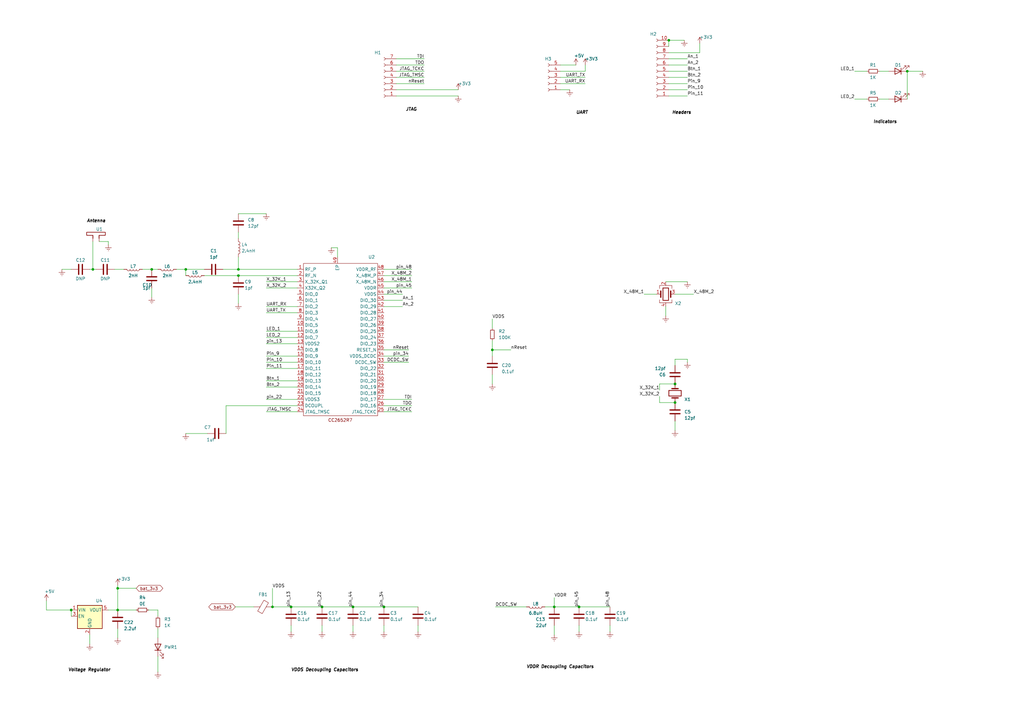
<source format=kicad_sch>
(kicad_sch (version 20230121) (generator eeschema)
  (paper "A3")
  (title_block (title "Dev_Board_Schematic") (date "2023-08-05") (rev "v1") (company "Hukam Technologies Pvt. Ltd."))
  (lib_symbols
    (symbol "Connector:Conn_01x05_Socket" (pin_names (offset 1.016) hide)
      (property "Reference" "J" (at 0 7.62 0))
      (property "Value" "Conn_01x05_Socket" (at 0 -7.62 0))
      (symbol "Conn_01x05_Socket_1_1"
        (arc (start 0 -4.572) (mid -0.5058 -5.08) (end 0 -5.588) (stroke (width 0.1524)))
        (arc (start 0 -2.032) (mid -0.5058 -2.54) (end 0 -3.048) (stroke (width 0.1524)))
        (polyline (pts (xy -1.27 -5.08) (xy -0.508 -5.08)) (stroke (width 0.1524)))
        (polyline (pts (xy -1.27 -2.54) (xy -0.508 -2.54)) (stroke (width 0.1524)))
        (polyline (pts (xy -1.27 0) (xy -0.508 0)) (stroke (width 0.1524)))
        (polyline (pts (xy -1.27 2.54) (xy -0.508 2.54)) (stroke (width 0.1524)))
        (polyline (pts (xy -1.27 5.08) (xy -0.508 5.08)) (stroke (width 0.1524)))
        (arc (start 0 0.508) (mid -0.5058 0) (end 0 -0.508) (stroke (width 0.1524)))
        (arc (start 0 3.048) (mid -0.5058 2.54) (end 0 2.032) (stroke (width 0.1524)))
        (arc (start 0 5.588) (mid -0.5058 5.08) (end 0 4.572) (stroke (width 0.1524)))
        (pin passive line (at -5.08 5.08 0) (length 3.81) (name "Pin_1") (number "1"))
        (pin passive line (at -5.08 2.54 0) (length 3.81) (name "Pin_2") (number "2"))
        (pin passive line (at -5.08 0 0) (length 3.81) (name "Pin_3") (number "3"))
        (pin passive line (at -5.08 -2.54 0) (length 3.81) (name "Pin_4") (number "4"))
        (pin passive line (at -5.08 -5.08 0) (length 3.81) (name "Pin_5") (number "5"))
      )
    )
    (symbol "Connector:Conn_01x07_Socket" (pin_names (offset 1.016) hide)
      (property "Reference" "J" (at 0 10.16 0))
      (property "Value" "Conn_01x07_Socket" (at 0 -10.16 0))
      (symbol "Conn_01x07_Socket_1_1"
        (arc (start 0 -7.112) (mid -0.5058 -7.62) (end 0 -8.128) (stroke (width 0.1524)))
        (arc (start 0 -4.572) (mid -0.5058 -5.08) (end 0 -5.588) (stroke (width 0.1524)))
        (arc (start 0 -2.032) (mid -0.5058 -2.54) (end 0 -3.048) (stroke (width 0.1524)))
        (polyline (pts (xy -1.27 -7.62) (xy -0.508 -7.62)) (stroke (width 0.1524)))
        (polyline (pts (xy -1.27 -5.08) (xy -0.508 -5.08)) (stroke (width 0.1524)))
        (polyline (pts (xy -1.27 -2.54) (xy -0.508 -2.54)) (stroke (width 0.1524)))
        (polyline (pts (xy -1.27 0) (xy -0.508 0)) (stroke (width 0.1524)))
        (polyline (pts (xy -1.27 2.54) (xy -0.508 2.54)) (stroke (width 0.1524)))
        (polyline (pts (xy -1.27 5.08) (xy -0.508 5.08)) (stroke (width 0.1524)))
        (polyline (pts (xy -1.27 7.62) (xy -0.508 7.62)) (stroke (width 0.1524)))
        (arc (start 0 0.508) (mid -0.5058 0) (end 0 -0.508) (stroke (width 0.1524)))
        (arc (start 0 3.048) (mid -0.5058 2.54) (end 0 2.032) (stroke (width 0.1524)))
        (arc (start 0 5.588) (mid -0.5058 5.08) (end 0 4.572) (stroke (width 0.1524)))
        (arc (start 0 8.128) (mid -0.5058 7.62) (end 0 7.112) (stroke (width 0.1524)))
        (pin passive line (at -5.08 7.62 0) (length 3.81) (name "Pin_1") (number "1"))
        (pin passive line (at -5.08 5.08 0) (length 3.81) (name "Pin_2") (number "2"))
        (pin passive line (at -5.08 2.54 0) (length 3.81) (name "Pin_3") (number "3"))
        (pin passive line (at -5.08 0 0) (length 3.81) (name "Pin_4") (number "4"))
        (pin passive line (at -5.08 -2.54 0) (length 3.81) (name "Pin_5") (number "5"))
        (pin passive line (at -5.08 -5.08 0) (length 3.81) (name "Pin_6") (number "6"))
        (pin passive line (at -5.08 -7.62 0) (length 3.81) (name "Pin_7") (number "7"))
      )
    )
    (symbol "Connector:Conn_01x10_Socket" (pin_names (offset 1.016) hide)
      (property "Reference" "J" (at 0 12.7 0))
      (property "Value" "Conn_01x10_Socket" (at 0 -15.24 0))
      (symbol "Conn_01x10_Socket_1_1"
        (arc (start 0 -12.192) (mid -0.5058 -12.7) (end 0 -13.208) (stroke (width 0.1524)))
        (arc (start 0 -9.652) (mid -0.5058 -10.16) (end 0 -10.668) (stroke (width 0.1524)))
        (arc (start 0 -7.112) (mid -0.5058 -7.62) (end 0 -8.128) (stroke (width 0.1524)))
        (arc (start 0 -4.572) (mid -0.5058 -5.08) (end 0 -5.588) (stroke (width 0.1524)))
        (arc (start 0 -2.032) (mid -0.5058 -2.54) (end 0 -3.048) (stroke (width 0.1524)))
        (polyline (pts (xy -1.27 -12.7) (xy -0.508 -12.7)) (stroke (width 0.1524)))
        (polyline (pts (xy -1.27 -10.16) (xy -0.508 -10.16)) (stroke (width 0.1524)))
        (polyline (pts (xy -1.27 -7.62) (xy -0.508 -7.62)) (stroke (width 0.1524)))
        (polyline (pts (xy -1.27 -5.08) (xy -0.508 -5.08)) (stroke (width 0.1524)))
        (polyline (pts (xy -1.27 -2.54) (xy -0.508 -2.54)) (stroke (width 0.1524)))
        (polyline (pts (xy -1.27 0) (xy -0.508 0)) (stroke (width 0.1524)))
        (polyline (pts (xy -1.27 2.54) (xy -0.508 2.54)) (stroke (width 0.1524)))
        (polyline (pts (xy -1.27 5.08) (xy -0.508 5.08)) (stroke (width 0.1524)))
        (polyline (pts (xy -1.27 7.62) (xy -0.508 7.62)) (stroke (width 0.1524)))
        (polyline (pts (xy -1.27 10.16) (xy -0.508 10.16)) (stroke (width 0.1524)))
        (arc (start 0 0.508) (mid -0.5058 0) (end 0 -0.508) (stroke (width 0.1524)))
        (arc (start 0 3.048) (mid -0.5058 2.54) (end 0 2.032) (stroke (width 0.1524)))
        (arc (start 0 5.588) (mid -0.5058 5.08) (end 0 4.572) (stroke (width 0.1524)))
        (arc (start 0 8.128) (mid -0.5058 7.62) (end 0 7.112) (stroke (width 0.1524)))
        (arc (start 0 10.668) (mid -0.5058 10.16) (end 0 9.652) (stroke (width 0.1524)))
        (pin passive line (at -5.08 10.16 0) (length 3.81) (name "Pin_1") (number "1"))
        (pin passive line (at -5.08 -12.7 0) (length 3.81) (name "Pin_10") (number "10"))
        (pin passive line (at -5.08 7.62 0) (length 3.81) (name "Pin_2") (number "2"))
        (pin passive line (at -5.08 5.08 0) (length 3.81) (name "Pin_3") (number "3"))
        (pin passive line (at -5.08 2.54 0) (length 3.81) (name "Pin_4") (number "4"))
        (pin passive line (at -5.08 0 0) (length 3.81) (name "Pin_5") (number "5"))
        (pin passive line (at -5.08 -2.54 0) (length 3.81) (name "Pin_6") (number "6"))
        (pin passive line (at -5.08 -5.08 0) (length 3.81) (name "Pin_7") (number "7"))
        (pin passive line (at -5.08 -7.62 0) (length 3.81) (name "Pin_8") (number "8"))
        (pin passive line (at -5.08 -10.16 0) (length 3.81) (name "Pin_9") (number "9"))
      )
    )
    (symbol "Device:Antenna_Dipole" (pin_numbers hide) (pin_names (offset 1.016) hide)
      (property "Reference" "AE" (at 1.27 1.27 0))
      (property "Value" "Antenna_Dipole" (at 1.27 0 0))
      (symbol "Antenna_Dipole_0_1"
        (polyline (pts (xy 2.54 -3.81) (xy 2.54 -2.54) (xy 5.08 -2.54) (xy 5.08 -1.27) (xy -2.54 -1.27) (xy -2.54 -2.54) (xy 0 -2.54) (xy 0 -3.81)) (stroke (width 0.254)))
      )
      (symbol "Antenna_Dipole_1_1"
        (pin input line (at 0 -5.08 90) (length 2.54) (name "~") (number "1"))
        (pin input line (at 2.54 -5.08 90) (length 2.54) (name "~") (number "2"))
      )
    )
    (symbol "Device:C" (pin_numbers hide) (pin_names (offset 0.254))
      (property "Reference" "C" (at 0.635 2.54 0))
      (property "Value" "C" (at 0.635 -2.54 0))
      (symbol "C_0_1"
        (polyline (pts (xy -2.032 -0.762) (xy 2.032 -0.762)) (stroke (width 0.508)))
        (polyline (pts (xy -2.032 0.762) (xy 2.032 0.762)) (stroke (width 0.508)))
      )
      (symbol "C_1_1"
        (pin passive line (at 0 3.81 270) (length 2.794) (name "~") (number "1"))
        (pin passive line (at 0 -3.81 90) (length 2.794) (name "~") (number "2"))
      )
    )
    (symbol "Device:Crystal" (pin_numbers hide) (pin_names (offset 1.016) hide)
      (property "Reference" "Y" (at 0 3.81 0))
      (property "Value" "Crystal" (at 0 -3.81 0))
      (symbol "Crystal_0_1"
        (rectangle (start -1.143 2.54) (end 1.143 -2.54) (stroke (width 0.3048)))
        (polyline (pts (xy -2.54 0) (xy -1.905 0)))
        (polyline (pts (xy -1.905 -1.27) (xy -1.905 1.27)) (stroke (width 0.508)))
        (polyline (pts (xy 1.905 -1.27) (xy 1.905 1.27)) (stroke (width 0.508)))
        (polyline (pts (xy 2.54 0) (xy 1.905 0)))
      )
      (symbol "Crystal_1_1"
        (pin passive line (at -3.81 0 0) (length 1.27) (name "1") (number "1"))
        (pin passive line (at 3.81 0 180) (length 1.27) (name "2") (number "2"))
      )
    )
    (symbol "Device:Crystal_GND24" (pin_names (offset 1.016) hide)
      (property "Reference" "Y" (at 3.175 5.08 0))
      (property "Value" "Crystal_GND24" (at 3.175 3.175 0))
      (symbol "Crystal_GND24_0_1"
        (rectangle (start -1.143 2.54) (end 1.143 -2.54) (stroke (width 0.3048)))
        (polyline (pts (xy -2.54 0) (xy -2.032 0)))
        (polyline (pts (xy -2.032 -1.27) (xy -2.032 1.27)) (stroke (width 0.508)))
        (polyline (pts (xy 0 -3.81) (xy 0 -3.556)))
        (polyline (pts (xy 0 3.556) (xy 0 3.81)))
        (polyline (pts (xy 2.032 -1.27) (xy 2.032 1.27)) (stroke (width 0.508)))
        (polyline (pts (xy 2.032 0) (xy 2.54 0)))
        (polyline (pts (xy -2.54 -2.286) (xy -2.54 -3.556) (xy 2.54 -3.556) (xy 2.54 -2.286)))
        (polyline (pts (xy -2.54 2.286) (xy -2.54 3.556) (xy 2.54 3.556) (xy 2.54 2.286)))
      )
      (symbol "Crystal_GND24_1_1"
        (pin passive line (at -3.81 0 0) (length 1.27) (name "1") (number "1"))
        (pin passive line (at 0 5.08 270) (length 1.27) (name "2") (number "2"))
        (pin passive line (at 3.81 0 180) (length 1.27) (name "3") (number "3"))
        (pin passive line (at 0 -5.08 90) (length 1.27) (name "4") (number "4"))
      )
    )
    (symbol "Device:FerriteBead" (pin_numbers hide) (pin_names (offset 0))
      (property "Reference" "FB" (at -3.81 0.635 90))
      (property "Value" "FerriteBead" (at 3.81 0 90))
      (symbol "FerriteBead_0_1"
        (polyline (pts (xy 0 -1.27) (xy 0 -1.2192)))
        (polyline (pts (xy 0 1.27) (xy 0 1.2954)))
        (polyline (pts (xy -2.7686 0.4064) (xy -1.7018 2.2606) (xy 2.7686 -0.3048) (xy 1.6764 -2.159) (xy -2.7686 0.4064)))
      )
      (symbol "FerriteBead_1_1"
        (pin passive line (at 0 3.81 270) (length 2.54) (name "~") (number "1"))
        (pin passive line (at 0 -3.81 90) (length 2.54) (name "~") (number "2"))
      )
    )
    (symbol "Device:L" (pin_numbers hide) (pin_names (offset 1.016) hide)
      (property "Reference" "L" (at -1.27 0 90))
      (property "Value" "L" (at 1.905 0 90))
      (symbol "L_0_1"
        (arc (start 0 -2.54) (mid 0.6323 -1.905) (end 0 -1.27))
        (arc (start 0 -1.27) (mid 0.6323 -0.635) (end 0 0))
        (arc (start 0 0) (mid 0.6323 0.635) (end 0 1.27))
        (arc (start 0 1.27) (mid 0.6323 1.905) (end 0 2.54))
      )
      (symbol "L_1_1"
        (pin passive line (at 0 3.81 270) (length 1.27) (name "1") (number "1"))
        (pin passive line (at 0 -3.81 90) (length 1.27) (name "2") (number "2"))
      )
    )
    (symbol "Device:LED" (pin_numbers hide) (pin_names (offset 1.016) hide)
      (property "Reference" "D" (at 0 2.54 0))
      (property "Value" "LED" (at 0 -2.54 0))
      (symbol "LED_0_1"
        (polyline (pts (xy -1.27 -1.27) (xy -1.27 1.27)) (stroke (width 0.254)))
        (polyline (pts (xy -1.27 0) (xy 1.27 0)))
        (polyline (pts (xy 1.27 -1.27) (xy 1.27 1.27) (xy -1.27 0) (xy 1.27 -1.27)) (stroke (width 0.254)))
        (polyline (pts (xy -3.048 -0.762) (xy -4.572 -2.286) (xy -3.81 -2.286) (xy -4.572 -2.286) (xy -4.572 -1.524)))
        (polyline (pts (xy -1.778 -0.762) (xy -3.302 -2.286) (xy -2.54 -2.286) (xy -3.302 -2.286) (xy -3.302 -1.524)))
      )
      (symbol "LED_1_1"
        (pin passive line (at -3.81 0 0) (length 2.54) (name "K") (number "1"))
        (pin passive line (at 3.81 0 180) (length 2.54) (name "A") (number "2"))
      )
    )
    (symbol "Device:R_Small" (pin_numbers hide) (pin_names (offset 0.254) hide)
      (property "Reference" "R" (at 0.762 0.508 0))
      (property "Value" "R_Small" (at 0.762 -1.016 0))
      (symbol "R_Small_0_1"
        (rectangle (start -0.762 1.778) (end 0.762 -1.778) (stroke (width 0.2032)))
      )
      (symbol "R_Small_1_1"
        (pin passive line (at 0 2.54 270) (length 0.762) (name "~") (number "1"))
        (pin passive line (at 0 -2.54 90) (length 0.762) (name "~") (number "2"))
      )
    )
    (symbol "Regulator_Linear:AP2112K-3.3" (pin_names (offset 0.254))
      (property "Reference" "U" (at -5.08 5.715 0))
      (property "Value" "AP2112K-3.3" (at 0 5.715 0))
      (symbol "AP2112K-3.3_0_1"
        (rectangle (start -5.08 4.445) (end 5.08 -5.08) (stroke (width 0.254)) (fill (type background)))
      )
      (symbol "AP2112K-3.3_1_1"
        (pin power_in line (at -7.62 2.54 0) (length 2.54) (name "VIN") (number "1"))
        (pin power_in line (at 0 -7.62 90) (length 2.54) (name "GND") (number "2"))
        (pin input line (at -7.62 0 0) (length 2.54) (name "EN") (number "3"))
        (pin no_connect line (at 5.08 0 180) (length 2.54) hide (name "NC") (number "4"))
        (pin power_out line (at 7.62 2.54 180) (length 2.54) (name "VOUT") (number "5"))
      )
    )
    (symbol "cc2652R7:cc2652R7"
      (property "Reference" "U" (at 1.8796 1.9304 0))
      (symbol "cc2652R7_0_0"
        (pin unspecified line (at 0 -2.54 0) (length 2.54) (name "RF_P") (number "1"))
        (pin unspecified line (at 0 -25.4 0) (length 2.54) (name "DIO_5") (number "10"))
        (pin unspecified line (at 0 -27.94 0) (length 2.54) (name "DIO_6") (number "11"))
        (pin unspecified line (at 0 -30.48 0) (length 2.54) (name "DIO_7") (number "12"))
        (pin unspecified line (at 0 -33.02 0) (length 2.54) (name "VDDS2") (number "13"))
        (pin unspecified line (at 0 -35.56 0) (length 2.54) (name "DIO_8") (number "14"))
        (pin unspecified line (at 0 -38.1 0) (length 2.54) (name "DIO_9") (number "15"))
        (pin unspecified line (at 0 -40.64 0) (length 2.54) (name "DIO_10") (number "16"))
        (pin unspecified line (at 0 -43.18 0) (length 2.54) (name "DIO_11") (number "17"))
        (pin unspecified line (at 0 -45.72 0) (length 2.54) (name "DIO_12") (number "18"))
        (pin unspecified line (at 0 -48.26 0) (length 2.54) (name "DIO_13") (number "19"))
        (pin unspecified line (at 0 -5.08 0) (length 2.54) (name "RF_N") (number "2"))
        (pin unspecified line (at 0 -50.8 0) (length 2.54) (name "DIO_14") (number "20"))
        (pin unspecified line (at 0 -53.34 0) (length 2.54) (name "DIO_15") (number "21"))
        (pin unspecified line (at 0 -55.88 0) (length 2.54) (name "VDDS3") (number "22"))
        (pin unspecified line (at 0 -58.42 0) (length 2.54) (name "DCOUPL") (number "23"))
        (pin unspecified line (at 0 -60.96 0) (length 2.54) (name "JTAG_TMSC") (number "24"))
        (pin unspecified line (at 35.56 -60.96 180) (length 2.54) (name "JTAG_TCKC") (number "25"))
        (pin unspecified line (at 35.56 -58.42 180) (length 2.54) (name "DIO_16") (number "26"))
        (pin unspecified line (at 35.56 -55.88 180) (length 2.54) (name "DIO_17") (number "27"))
        (pin unspecified line (at 35.56 -53.34 180) (length 2.54) (name "DIO_18") (number "28"))
        (pin unspecified line (at 35.56 -50.8 180) (length 2.54) (name "DIO_19") (number "29"))
        (pin unspecified line (at 0 -7.62 0) (length 2.54) (name "X_32K_Q1") (number "3"))
        (pin unspecified line (at 35.56 -48.26 180) (length 2.54) (name "DIO_20") (number "30"))
        (pin unspecified line (at 35.56 -45.72 180) (length 2.54) (name "DIO_21") (number "31"))
        (pin unspecified line (at 35.56 -43.18 180) (length 2.54) (name "DIO_22") (number "32"))
        (pin unspecified line (at 35.56 -40.64 180) (length 2.54) (name "DCDC_SW") (number "33"))
        (pin unspecified line (at 35.56 -38.1 180) (length 2.54) (name "VDDS_DCDC") (number "34"))
        (pin unspecified line (at 35.56 -35.56 180) (length 2.54) (name "RESET_N") (number "35"))
        (pin unspecified line (at 35.56 -33.02 180) (length 2.54) (name "DIO_23") (number "36"))
        (pin unspecified line (at 35.56 -30.48 180) (length 2.54) (name "DIO_24") (number "37"))
        (pin unspecified line (at 35.56 -27.94 180) (length 2.54) (name "DIO_25") (number "38"))
        (pin unspecified line (at 35.56 -25.4 180) (length 2.54) (name "DIO_26") (number "39"))
        (pin unspecified line (at 0 -10.16 0) (length 2.54) (name "X32K_Q2") (number "4"))
        (pin unspecified line (at 35.56 -22.86 180) (length 2.54) (name "DIO_27") (number "40"))
        (pin unspecified line (at 35.56 -20.32 180) (length 2.54) (name "DIO_28") (number "41"))
        (pin unspecified line (at 35.56 -17.78 180) (length 2.54) (name "DIO_29") (number "42"))
        (pin unspecified line (at 35.56 -15.24 180) (length 2.54) (name "DIO_30") (number "43"))
        (pin unspecified line (at 35.56 -12.7 180) (length 2.54) (name "VDDS") (number "44"))
        (pin unspecified line (at 35.56 -10.16 180) (length 2.54) (name "VDDR") (number "45"))
        (pin unspecified line (at 35.56 -7.62 180) (length 2.54) (name "X_48M_N") (number "46"))
        (pin unspecified line (at 35.56 -5.08 180) (length 2.54) (name "X_48M_P") (number "47"))
        (pin unspecified line (at 35.56 -2.54 180) (length 2.54) (name "VDDR_RF") (number "48"))
        (pin unspecified line (at 16.51 2.54 270) (length 2.54) (name "EP") (number "49"))
        (pin unspecified line (at 0 -12.7 0) (length 2.54) (name "DIO_0") (number "5"))
        (pin unspecified line (at 0 -15.24 0) (length 2.54) (name "DIO_1") (number "6"))
        (pin unspecified line (at 0 -17.78 0) (length 2.54) (name "DIO_2") (number "7"))
        (pin unspecified line (at 0 -20.32 0) (length 2.54) (name "DIO_3") (number "8"))
        (pin unspecified line (at 0 -22.86 0) (length 2.54) (name "DIO_4") (number "9"))
      )
      (symbol "cc2652R7_0_1"
        (rectangle (start 2.54 -0.1016) (end 32.9692 -62.5856))
        (text "CC2652R7" (at 17.6276 -64.3636 0) (effects (font (size 1.27 1.27))))
      )
    )
    (symbol "power:+3V3" (power) (pin_names (offset 0))
      (property "Value" "+3V3" (at 0 3.556 0))
      (symbol "+3V3_0_1"
        (polyline (pts (xy -0.762 1.27) (xy 0 2.54)))
        (polyline (pts (xy 0 0) (xy 0 2.54)))
        (polyline (pts (xy 0 2.54) (xy 0.762 1.27)))
      )
      (symbol "+3V3_1_1"
        (pin power_in line (at 0 0 90) (length 0) hide (name "+3V3") (number "1"))
      )
    )
    (symbol "power:+5V" (power) (pin_names (offset 0))
      (property "Value" "+5V" (at 0 3.556 0))
      (symbol "+5V_0_1"
        (polyline (pts (xy -0.762 1.27) (xy 0 2.54)))
        (polyline (pts (xy 0 0) (xy 0 2.54)))
        (polyline (pts (xy 0 2.54) (xy 0.762 1.27)))
      )
      (symbol "+5V_1_1"
        (pin power_in line (at 0 0 90) (length 0) hide (name "+5V") (number "1"))
      )
    )
    (symbol "power:GNDREF" (power) (pin_names (offset 0))
      (property "Value" "GNDREF" (at 0 -3.81 0))
      (symbol "GNDREF_0_1"
        (polyline (pts (xy -0.635 -1.905) (xy 0.635 -1.905)))
        (polyline (pts (xy -0.127 -2.54) (xy 0.127 -2.54)))
        (polyline (pts (xy 0 -1.27) (xy 0 0)))
        (polyline (pts (xy 1.27 -1.27) (xy -1.27 -1.27)))
      )
      (symbol "GNDREF_1_1"
        (pin power_in line (at 0 0 270) (length 0) hide (name "GNDREF") (number "1"))
      )
    )
  )
  (junction (at 48.26 250.19))
  (junction (at 144.78 248.92))
  (junction (at 119.38 248.92))
  (junction (at 227.33 248.92))
  (junction (at 276.86 165.1))
  (junction (at 237.49 248.92))
  (junction (at 132.08 248.92))
  (junction (at 274.32 16.51))
  (junction (at 157.48 248.92))
  (junction (at 97.79 110.49))
  (junction (at 276.86 157.48))
  (junction (at 62.23 110.49))
  (junction (at 38.1 110.49))
  (junction (at 76.2 110.49))
  (junction (at 201.93 143.51))
  (junction (at 97.79 113.03))
  (junction (at 111.76 248.92))
  (junction (at 48.26 241.3))
  (junction (at 29.21 250.19))
  (junction (at 372.11 29.21))
  (wire (pts (xy 237.49 256.54) (xy 237.49 259.08)))
  (wire (pts (xy 64.77 250.19) (xy 60.96 250.19)))
  (wire (pts (xy 157.48 163.83) (xy 168.91 163.83)))
  (wire (pts (xy 274.32 39.37) (xy 281.94 39.37)))
  (wire (pts (xy 58.42 110.49) (xy 62.23 110.49)))
  (wire (pts (xy 273.05 115.57) (xy 281.94 115.57)))
  (wire (pts (xy 270.51 162.56) (xy 270.51 165.1)))
  (wire (pts (xy 274.32 31.75) (xy 281.94 31.75)))
  (wire (pts (xy 48.26 250.19) (xy 55.88 250.19)))
  (wire (pts (xy 162.56 26.67) (xy 173.99 26.67)))
  (wire (pts (xy 109.22 128.27) (xy 121.92 128.27)))
  (wire (pts (xy 201.93 130.81) (xy 201.93 134.62)))
  (wire (pts (xy 270.51 160.02) (xy 270.51 157.48)))
  (wire (pts (xy 157.48 115.57) (xy 168.91 115.57)))
  (wire (pts (xy 270.51 157.48) (xy 276.86 157.48)))
  (wire (pts (xy 109.22 135.89) (xy 121.92 135.89)))
  (wire (pts (xy 276.86 172.72) (xy 276.86 176.53)))
  (wire (pts (xy 162.56 36.83) (xy 187.96 36.83)))
  (wire (pts (xy 36.83 110.49) (xy 38.1 110.49)))
  (wire (pts (xy 201.93 153.67) (xy 201.93 157.48)))
  (wire (pts (xy 25.4 110.49) (xy 29.21 110.49)))
  (wire (pts (xy 281.94 147.32) (xy 281.94 148.59)))
  (wire (pts (xy 97.79 105.41) (xy 97.79 110.49)))
  (wire (pts (xy 157.48 146.05) (xy 167.64 146.05)))
  (wire (pts (xy 360.68 29.21) (xy 364.49 29.21)))
  (wire (pts (xy 119.38 248.92) (xy 132.08 248.92)))
  (wire (pts (xy 171.45 256.54) (xy 171.45 259.08)))
  (wire (pts (xy 64.77 275.59) (xy 64.77 269.24)))
  (wire (pts (xy 157.48 143.51) (xy 167.64 143.51)))
  (wire (pts (xy 83.82 113.03) (xy 97.79 113.03)))
  (wire (pts (xy 138.43 105.41) (xy 138.43 101.6)))
  (wire (pts (xy 378.46 29.21) (xy 372.11 29.21)))
  (wire (pts (xy 227.33 248.92) (xy 237.49 248.92)))
  (wire (pts (xy 109.22 118.11) (xy 121.92 118.11)))
  (wire (pts (xy 97.79 120.65) (xy 97.79 124.46)))
  (wire (pts (xy 132.08 248.92) (xy 144.78 248.92)))
  (wire (pts (xy 162.56 31.75) (xy 173.99 31.75)))
  (wire (pts (xy 372.11 29.21) (xy 372.11 40.64)))
  (wire (pts (xy 229.87 29.21) (xy 240.03 29.21)))
  (wire (pts (xy 109.22 140.97) (xy 121.92 140.97)))
  (wire (pts (xy 62.23 110.49) (xy 64.77 110.49)))
  (wire (pts (xy 19.05 246.38) (xy 19.05 250.19)))
  (wire (pts (xy 201.93 139.7) (xy 201.93 143.51)))
  (wire (pts (xy 157.48 123.19) (xy 165.1 123.19)))
  (wire (pts (xy 157.48 248.92) (xy 171.45 248.92)))
  (wire (pts (xy 76.2 110.49) (xy 83.82 110.49)))
  (wire (pts (xy 119.38 256.54) (xy 119.38 259.08)))
  (wire (pts (xy 287.02 21.59) (xy 287.02 17.78)))
  (wire (pts (xy 157.48 256.54) (xy 157.48 259.08)))
  (wire (pts (xy 162.56 24.13) (xy 173.99 24.13)))
  (wire (pts (xy 203.2 248.92) (xy 215.9 248.92)))
  (wire (pts (xy 157.48 118.11) (xy 168.91 118.11)))
  (wire (pts (xy 48.26 240.03) (xy 48.26 241.3)))
  (wire (pts (xy 276.86 147.32) (xy 276.86 149.86)))
  (wire (pts (xy 97.79 95.25) (xy 97.79 97.79)))
  (wire (pts (xy 274.32 36.83) (xy 281.94 36.83)))
  (wire (pts (xy 350.52 40.64) (xy 355.6 40.64)))
  (wire (pts (xy 109.22 148.59) (xy 121.92 148.59)))
  (wire (pts (xy 97.79 113.03) (xy 121.92 113.03)))
  (wire (pts (xy 29.21 250.19) (xy 29.21 252.73)))
  (wire (pts (xy 229.87 36.83) (xy 233.68 36.83)))
  (wire (pts (xy 109.22 115.57) (xy 121.92 115.57)))
  (wire (pts (xy 64.77 257.81) (xy 64.77 261.62)))
  (wire (pts (xy 48.26 241.3) (xy 55.88 241.3)))
  (wire (pts (xy 62.23 118.11) (xy 62.23 121.92)))
  (wire (pts (xy 240.03 29.21) (xy 240.03 26.67)))
  (wire (pts (xy 274.32 16.51) (xy 274.32 19.05)))
  (wire (pts (xy 92.71 166.37) (xy 121.92 166.37)))
  (wire (pts (xy 91.44 110.49) (xy 97.79 110.49)))
  (wire (pts (xy 360.68 40.64) (xy 364.49 40.64)))
  (wire (pts (xy 38.1 110.49) (xy 39.37 110.49)))
  (wire (pts (xy 72.39 110.49) (xy 76.2 110.49)))
  (wire (pts (xy 109.22 151.13) (xy 121.92 151.13)))
  (wire (pts (xy 201.93 143.51) (xy 201.93 146.05)))
  (wire (pts (xy 227.33 256.54) (xy 227.33 260.35)))
  (wire (pts (xy 144.78 248.92) (xy 157.48 248.92)))
  (wire (pts (xy 97.79 110.49) (xy 121.92 110.49)))
  (wire (pts (xy 276.86 120.65) (xy 284.48 120.65)))
  (wire (pts (xy 109.22 158.75) (xy 121.92 158.75)))
  (wire (pts (xy 46.99 110.49) (xy 50.8 110.49)))
  (wire (pts (xy 264.16 120.65) (xy 269.24 120.65)))
  (wire (pts (xy 274.32 26.67) (xy 281.94 26.67)))
  (wire (pts (xy 48.26 241.3) (xy 48.26 250.19)))
  (wire (pts (xy 270.51 165.1) (xy 276.86 165.1)))
  (wire (pts (xy 138.43 101.6) (xy 135.89 101.6)))
  (wire (pts (xy 162.56 29.21) (xy 173.99 29.21)))
  (wire (pts (xy 273.05 125.73) (xy 273.05 129.54)))
  (wire (pts (xy 109.22 146.05) (xy 121.92 146.05)))
  (wire (pts (xy 109.22 168.91) (xy 121.92 168.91)))
  (wire (pts (xy 157.48 110.49) (xy 168.91 110.49)))
  (wire (pts (xy 157.48 125.73) (xy 165.1 125.73)))
  (wire (pts (xy 229.87 31.75) (xy 240.03 31.75)))
  (wire (pts (xy 40.64 99.06) (xy 44.45 99.06)))
  (wire (pts (xy 274.32 34.29) (xy 281.94 34.29)))
  (wire (pts (xy 162.56 34.29) (xy 173.99 34.29)))
  (wire (pts (xy 109.22 156.21) (xy 121.92 156.21)))
  (wire (pts (xy 132.08 256.54) (xy 132.08 259.08)))
  (wire (pts (xy 19.05 250.19) (xy 29.21 250.19)))
  (wire (pts (xy 157.48 168.91) (xy 168.91 168.91)))
  (wire (pts (xy 111.76 248.92) (xy 119.38 248.92)))
  (wire (pts (xy 109.22 163.83) (xy 121.92 163.83)))
  (wire (pts (xy 250.19 256.54) (xy 250.19 259.08)))
  (wire (pts (xy 157.48 166.37) (xy 168.91 166.37)))
  (wire (pts (xy 48.26 250.19) (xy 44.45 250.19)))
  (wire (pts (xy 48.26 257.81) (xy 48.26 261.62)))
  (wire (pts (xy 237.49 248.92) (xy 250.19 248.92)))
  (wire (pts (xy 201.93 143.51) (xy 209.55 143.51)))
  (wire (pts (xy 44.45 99.06) (xy 44.45 100.33)))
  (wire (pts (xy 64.77 252.73) (xy 64.77 250.19)))
  (wire (pts (xy 157.48 148.59) (xy 167.64 148.59)))
  (wire (pts (xy 36.83 260.35) (xy 36.83 264.16)))
  (wire (pts (xy 229.87 26.67) (xy 236.22 26.67)))
  (wire (pts (xy 76.2 113.03) (xy 76.2 110.49)))
  (wire (pts (xy 144.78 256.54) (xy 144.78 259.08)))
  (wire (pts (xy 274.32 29.21) (xy 281.94 29.21)))
  (wire (pts (xy 350.52 29.21) (xy 355.6 29.21)))
  (wire (pts (xy 274.32 16.51) (xy 280.67 16.51)))
  (wire (pts (xy 109.22 125.73) (xy 121.92 125.73)))
  (wire (pts (xy 157.48 120.65) (xy 165.1 120.65)))
  (wire (pts (xy 109.22 138.43) (xy 121.92 138.43)))
  (wire (pts (xy 111.76 241.3) (xy 111.76 248.92)))
  (wire (pts (xy 223.52 248.92) (xy 227.33 248.92)))
  (wire (pts (xy 227.33 245.11) (xy 227.33 248.92)))
  (wire (pts (xy 162.56 39.37) (xy 187.96 39.37)))
  (wire (pts (xy 38.1 99.06) (xy 38.1 110.49)))
  (wire (pts (xy 97.79 87.63) (xy 109.22 87.63)))
  (wire (pts (xy 281.94 147.32) (xy 276.86 147.32)))
  (wire (pts (xy 274.32 24.13) (xy 281.94 24.13)))
  (wire (pts (xy 157.48 113.03) (xy 168.91 113.03)))
  (wire (pts (xy 274.32 21.59) (xy 287.02 21.59)))
  (wire (pts (xy 229.87 34.29) (xy 240.03 34.29)))
  (wire (pts (xy 76.2 177.8) (xy 85.09 177.8)))
  (wire (pts (xy 92.71 177.8) (xy 92.71 166.37)))
  (wire (pts (xy 104.14 248.92) (xy 96.52 248.92)))
  (text "Antenna" (at 35.56 91.44 0) (effects (font (size 1.27 1.27) (thickness 0.254) bold italic) (justify left bottom)))
  (text "VDDS Decoupling Capacitors" (at 119.38 275.59 0) (effects (font (size 1.27 1.27) (thickness 0.254) bold italic) (justify left bottom)))
  (text "JTAG" (at 166.37 45.72 0) (effects (font (size 1.27 1.27) (thickness 0.254) bold italic) (justify left bottom)))
  (text "VDDR Decoupling Capacitors" (at 215.9 274.32 0) (effects (font (size 1.27 1.27) (thickness 0.254) bold italic) (justify left bottom)))
  (text "Headers" (at 275.59 46.99 0) (effects (font (size 1.27 1.27) (thickness 0.254) bold italic) (justify left bottom)))
  (text "Voltage Regulator" (at 27.94 275.59 0) (effects (font (size 1.27 1.27) (thickness 0.254) bold italic) (justify left bottom)))
  (text "Indicators" (at 358.14 50.8 0) (effects (font (size 1.27 1.27) (thickness 0.254) bold italic) (justify left bottom)))
  (text "UART" (at 236.22 46.99 0) (effects (font (size 1.27 1.27) (thickness 0.254) bold italic) (justify left bottom)))
  (label "pin_45" (at 237.49 248.92 90))
  (label "UART_RX" (at 240.03 34.29 180))
  (label "LED_2" (at 350.52 40.64 180))
  (label "nReset" (at 209.55 143.51 0))
  (label "DCDC_SW" (at 167.64 148.59 180))
  (label "X_32K_2" (at 109.22 118.11 0))
  (label "pin_48" (at 250.19 248.92 90))
  (label "Pin_9" (at 109.22 146.05 0))
  (label "TDO" (at 173.99 26.67 180))
  (label "Pin_11" (at 281.94 39.37 0))
  (label "JTAG_TCKC" (at 173.99 29.21 180))
  (label "TDI" (at 173.99 24.13 180))
  (label "Btn_2" (at 109.22 158.75 0))
  (label "VDDS" (at 201.93 130.81 0))
  (label "X_32K_1" (at 109.22 115.57 0))
  (label "UART_TX" (at 109.22 128.27 0))
  (label "pin_34" (at 157.48 248.92 90))
  (label "pin_44" (at 144.78 248.92 90))
  (label "JTAG_TMSC" (at 173.99 31.75 180))
  (label "Pin_10" (at 281.94 36.83 0))
  (label "Btn_2" (at 281.94 31.75 0))
  (label "pin_48" (at 168.91 110.49 180))
  (label "X_32K_2" (at 270.51 162.56 180))
  (label "X_48M_1" (at 264.16 120.65 180))
  (label "TDI" (at 168.91 163.83 180))
  (label "An_1" (at 165.1 123.19 0))
  (label "X_48M_2" (at 284.48 120.65 0))
  (label "nReset" (at 173.99 34.29 180))
  (label "DCDC_SW" (at 203.2 248.92 0))
  (label "An_2" (at 281.94 26.67 0))
  (label "X_48M_1" (at 168.91 115.57 180))
  (label "Pin_9" (at 281.94 34.29 0))
  (label "LED_1" (at 109.22 135.89 0))
  (label "pin_44" (at 165.1 120.65 180))
  (label "nReset" (at 167.64 143.51 180))
  (label "Pin_11" (at 109.22 151.13 0))
  (label "JTAG_TMSC" (at 109.22 168.91 0))
  (label "Pin_10" (at 109.22 148.59 0))
  (label "UART_RX" (at 109.22 125.73 0))
  (label "TDO" (at 168.91 166.37 180))
  (label "pin_13" (at 109.22 140.97 0))
  (label "pin_45" (at 168.91 118.11 180))
  (label "An_2" (at 165.1 125.73 0))
  (label "X_32K_1" (at 270.51 160.02 180))
  (label "Btn_1" (at 109.22 156.21 0))
  (label "VDDS" (at 111.76 241.3 0))
  (label "pin_22" (at 109.22 163.83 0))
  (label "Btn_1" (at 281.94 29.21 0))
  (label "pin_22" (at 132.08 248.92 90))
  (label "An_1" (at 281.94 24.13 0))
  (label "UART_TX" (at 240.03 31.75 180))
  (label "LED_2" (at 109.22 138.43 0))
  (label "pin_34" (at 167.64 146.05 180))
  (label "X_48M_2" (at 168.91 113.03 180))
  (label "VDDR" (at 227.33 245.11 0))
  (label "pin_13" (at 119.38 248.92 90))
  (label "LED_1" (at 350.52 29.21 180))
  (label "JTAG_TCKC" (at 168.91 168.91 180))
  (global_label "bat_3v3" (shape bidirectional) (at 55.88 241.3 0) (property "Intersheetrefs" "${INTERSHEET_REFS}" (effects hide)))
  (global_label "bat_3v3" (shape bidirectional) (at 96.52 248.92 180) (property "Intersheetrefs" "${INTERSHEET_REFS}" (effects hide)))
  (symbol (lib_id "Device:LED") (at 64.77 265.43 90) (unit 1)
    (property "Reference" "PWR1" (at 67.31 265.43 90) (effects (justify right)))
    (property "Value" "LED" (effects hide))
    (property "Footprint" "LED_SMD:LED_0603_1608Metric_Pad1.05x0.95mm_HandSolder" (effects hide))
  )
  (symbol (lib_id "Device:C") (at 97.79 116.84 0) (unit 1)
    (property "Reference" "C9" (at 100.33 115.57 0) (effects (justify left)))
    (property "Value" "1pf" (at 100.33 118.11 0) (effects (justify left)))
    (property "Footprint" "Capacitor_SMD:C_0603_1608Metric_Pad1.08x0.95mm_HandSolder" (effects hide))
  )
  (symbol (lib_id "power:GNDREF") (at 44.45 100.33 0) (unit 1)
    (property "Reference" "#PWR04" (effects hide))
    (property "Value" "GNDREF" (effects hide))
  )
  (symbol (lib_id "power:GNDREF") (at 227.33 260.35 0) (unit 1)
    (property "Reference" "#PWR021" (effects hide))
    (property "Value" "GNDREF" (effects hide))
  )
  (symbol (lib_id "Device:C") (at 43.18 110.49 90) (unit 1)
    (property "Reference" "C11" (at 43.18 106.68 90))
    (property "Value" "DNP" (at 43.18 114.3 90))
    (property "Footprint" "Capacitor_SMD:C_0603_1608Metric_Pad1.08x0.95mm_HandSolder" (effects hide))
  )
  (symbol (lib_id "Device:L") (at 54.61 110.49 270) (unit 1)
    (property "Reference" "L7" (at 54.61 109.22 90))
    (property "Value" "2nH" (at 54.61 113.03 90))
    (property "Footprint" "Inductor_SMD:L_0402_1005Metric_Pad0.77x0.64mm_HandSolder" (effects hide))
  )
  (symbol (lib_id "Device:L") (at 97.79 101.6 0) (unit 1)
    (property "Reference" "L4" (at 99.06 100.33 0) (effects (justify left)))
    (property "Value" "2.4nH" (at 99.06 102.87 0) (effects (justify left)))
    (property "Footprint" "Inductor_SMD:L_0402_1005Metric_Pad0.77x0.64mm_HandSolder" (effects hide))
  )
  (symbol (lib_id "Device:C") (at 276.86 168.91 0) (unit 1)
    (property "Reference" "C5" (at 280.67 168.91 0) (effects (justify left)))
    (property "Value" "12pf" (at 280.67 171.45 0) (effects (justify left)))
    (property "Footprint" "Capacitor_SMD:C_0603_1608Metric_Pad1.08x0.95mm_HandSolder" (effects hide))
  )
  (symbol (lib_id "Device:Crystal") (at 276.86 161.29 90) (unit 1)
    (property "Reference" "X1" (at 280.67 163.83 90) (effects (justify right)))
    (property "Value" "32.768KHz" (effects hide))
    (property "Footprint" "Crystal:Crystal_C38-LF_D3.0mm_L8.0mm_Vertical" (effects hide))
  )
  (symbol (lib_id "Device:C") (at 157.48 252.73 0) (unit 1)
    (property "Reference" "C3" (at 160.02 251.46 0) (effects (justify left)))
    (property "Value" "0.1uf" (at 160.02 254 0) (effects (justify left)))
    (property "Footprint" "Capacitor_SMD:C_0603_1608Metric_Pad1.08x0.95mm_HandSolder" (effects hide))
  )
  (symbol (lib_id "cc2652R7:cc2652R7") (at 121.92 107.95 0) (unit 1)
    (property "Reference" "U2" (at 152.4 105.41 0))
    (property "Value" "cc2652R7" (effects hide))
    (property "Footprint" "cc2652R7:cc2652R7" (effects hide))
  )
  (symbol (lib_id "Device:C") (at 87.63 110.49 90) (unit 1)
    (property "Reference" "C1" (at 87.63 102.87 90))
    (property "Value" "1pf" (at 87.63 105.41 90))
    (property "Footprint" "Capacitor_SMD:C_0603_1608Metric_Pad1.08x0.95mm_HandSolder" (effects hide))
  )
  (symbol (lib_id "power:+5V") (at 19.05 246.38 0) (unit 1)
    (property "Reference" "#PWR012" (effects hide))
    (property "Value" "+5V" (at 20.32 242.57 0))
  )
  (symbol (lib_id "power:+3V3") (at 48.26 240.03 0) (unit 1)
    (property "Reference" "#PWR013" (effects hide))
    (property "Value" "+3V3" (at 50.8 237.49 0))
  )
  (symbol (lib_id "Device:C") (at 276.86 153.67 180) (unit 1)
    (property "Reference" "C6" (at 273.05 153.67 0) (effects (justify left)))
    (property "Value" "12pf" (at 273.05 151.13 0) (effects (justify left)))
    (property "Footprint" "Capacitor_SMD:C_0603_1608Metric_Pad1.08x0.95mm_HandSolder" (effects hide))
  )
  (symbol (lib_id "power:GNDREF") (at 378.46 29.21 0) (unit 1)
    (property "Reference" "#PWR036" (effects hide))
    (property "Value" "GNDREF" (effects hide))
  )
  (symbol (lib_id "Device:R_Small") (at 64.77 255.27 0) (unit 1)
    (property "Reference" "R3" (at 67.31 254 0) (effects (justify left)))
    (property "Value" "1K" (at 67.31 256.54 0) (effects (justify left)))
    (property "Footprint" "Resistor_SMD:R_0603_1608Metric_Pad0.98x0.95mm_HandSolder" (effects hide))
  )
  (symbol (lib_id "power:GNDREF") (at 276.86 176.53 0) (unit 1)
    (property "Reference" "#PWR039" (effects hide))
    (property "Value" "GNDREF" (effects hide))
  )
  (symbol (lib_id "power:GNDREF") (at 187.96 39.37 0) (unit 1)
    (property "Reference" "#PWR030" (effects hide))
    (property "Value" "GNDREF" (effects hide))
  )
  (symbol (lib_id "Device:L") (at 219.71 248.92 270) (unit 1)
    (property "Reference" "L8" (at 219.71 247.65 90))
    (property "Value" "6.8uH" (at 219.71 251.46 90))
    (property "Footprint" "Inductor_SMD:L_0603_1608Metric_Pad1.05x0.95mm_HandSolder" (effects hide))
  )
  (symbol (lib_id "Device:C") (at 119.38 252.73 0) (unit 1)
    (property "Reference" "C16" (at 121.92 251.46 0) (effects (justify left)))
    (property "Value" "0.1uf" (at 121.92 254 0) (effects (justify left)))
    (property "Footprint" "Capacitor_SMD:C_0603_1608Metric_Pad1.08x0.95mm_HandSolder" (effects hide))
  )
  (symbol (lib_id "power:GNDREF") (at 280.67 16.51 0) (unit 1)
    (property "Reference" "#PWR034" (effects hide))
    (property "Value" "GNDREF" (effects hide))
  )
  (symbol (lib_id "power:GNDREF") (at 281.94 115.57 0) (unit 1)
    (property "Reference" "#PWR038" (effects hide))
    (property "Value" "GNDREF" (effects hide))
  )
  (symbol (lib_id "Connector:Conn_01x05_Socket") (at 224.79 31.75 180) (unit 1)
    (property "Reference" "H3" (at 224.79 24.13 0))
    (property "Value" "UART_Conn" (effects hide))
    (property "Footprint" "Connector_PinHeader_2.54mm:PinHeader_1x05_P2.54mm_Vertical" (effects hide))
  )
  (symbol (lib_id "power:GNDREF") (at 36.83 264.16 0) (unit 1)
    (property "Reference" "#PWR011" (effects hide))
    (property "Value" "GNDREF" (effects hide))
  )
  (symbol (lib_id "Device:Crystal_GND24") (at 273.05 120.65 0) (unit 1)
    (property "Reference" "X2" (at 278.13 124.46 0))
    (property "Value" "48MHz" (effects hide))
    (property "Footprint" "Crystal:Crystal_SMD_0603-4Pin_6.0x3.5mm_HandSoldering" (effects hide))
  )
  (symbol (lib_id "power:GNDREF") (at 97.79 124.46 0) (unit 1)
    (property "Reference" "#PWR01" (effects hide))
    (property "Value" "GNDREF" (effects hide))
  )
  (symbol (lib_id "power:GNDREF") (at 135.89 101.6 0) (unit 1)
    (property "Reference" "#PWR010" (effects hide))
    (property "Value" "GNDREF" (effects hide))
  )
  (symbol (lib_id "Device:C") (at 227.33 252.73 0) (unit 1)
    (property "Reference" "C13" (at 219.71 254 0) (effects (justify left)))
    (property "Value" "22uf" (at 219.71 256.54 0) (effects (justify left)))
    (property "Footprint" "Capacitor_SMD:C_0603_1608Metric_Pad1.08x0.95mm_HandSolder" (effects hide))
  )
  (symbol (lib_id "power:GNDREF") (at 48.26 261.62 0) (unit 1)
    (property "Reference" "#PWR014" (effects hide))
    (property "Value" "GNDREF" (effects hide))
  )
  (symbol (lib_id "Device:R_Small") (at 358.14 40.64 90) (unit 1)
    (property "Reference" "R5" (at 359.41 38.1 90) (effects (justify left)))
    (property "Value" "1K" (at 359.41 43.18 90) (effects (justify left)))
    (property "Footprint" "Resistor_SMD:R_0603_1608Metric_Pad0.98x0.95mm_HandSolder" (effects hide))
  )
  (symbol (lib_id "Device:C") (at 237.49 252.73 0) (unit 1)
    (property "Reference" "C18" (at 240.03 251.46 0) (effects (justify left)))
    (property "Value" "0.1uf" (at 240.03 254 0) (effects (justify left)))
    (property "Footprint" "Capacitor_SMD:C_0603_1608Metric_Pad1.08x0.95mm_HandSolder" (effects hide))
  )
  (symbol (lib_id "power:+3V3") (at 287.02 17.78 0) (unit 1)
    (property "Reference" "#PWR035" (effects hide))
    (property "Value" "+3V3" (at 289.56 15.24 0))
  )
  (symbol (lib_id "Device:L") (at 68.58 110.49 270) (unit 1)
    (property "Reference" "L6" (at 68.58 109.22 90))
    (property "Value" "2nH" (at 68.58 113.03 90))
    (property "Footprint" "Inductor_SMD:L_0402_1005Metric_Pad0.77x0.64mm_HandSolder" (effects hide))
  )
  (symbol (lib_id "Device:LED") (at 368.3 40.64 180) (unit 1)
    (property "Reference" "D2" (at 367.03 38.1 0) (effects (justify right)))
    (property "Value" "LED_2" (effects hide))
    (property "Footprint" "LED_SMD:LED_0603_1608Metric_Pad1.05x0.95mm_HandSolder" (effects hide))
  )
  (symbol (lib_id "power:GNDREF") (at 119.38 259.08 0) (unit 1)
    (property "Reference" "#PWR07" (effects hide))
    (property "Value" "GNDREF" (effects hide))
  )
  (symbol (lib_id "Device:C") (at 48.26 254 0) (unit 1)
    (property "Reference" "C22" (at 50.8 255.27 0) (effects (justify left)))
    (property "Value" "2.2uf" (at 50.8 257.81 0) (effects (justify left)))
    (property "Footprint" "Capacitor_SMD:C_0603_1608Metric_Pad1.08x0.95mm_HandSolder" (effects hide))
  )
  (symbol (lib_id "Device:Antenna_Dipole") (at 38.1 93.98 0) (unit 1)
    (property "Reference" "U1" (at 39.37 93.98 0) (effects (justify left)))
    (property "Value" "Antenna_Dipole" (effects hide))
    (property "Footprint" "RF_Antenna:Texas_SWRA117D_2.4GHz_Left" (effects hide))
  )
  (symbol (lib_id "power:+3V3") (at 240.03 26.67 0) (unit 1)
    (property "Reference" "#PWR032" (effects hide))
    (property "Value" "+3V3" (at 242.57 24.13 0))
  )
  (symbol (lib_id "power:GNDREF") (at 273.05 129.54 0) (unit 1)
    (property "Reference" "#PWR037" (effects hide))
    (property "Value" "GNDREF" (effects hide))
  )
  (symbol (lib_id "Device:C") (at 132.08 252.73 0) (unit 1)
    (property "Reference" "C17" (at 134.62 251.46 0) (effects (justify left)))
    (property "Value" "0.1uf" (at 134.62 254 0) (effects (justify left)))
    (property "Footprint" "Capacitor_SMD:C_0603_1608Metric_Pad1.08x0.95mm_HandSolder" (effects hide))
  )
  (symbol (lib_id "Device:C") (at 171.45 252.73 0) (unit 1)
    (property "Reference" "C4" (at 173.99 251.46 0) (effects (justify left)))
    (property "Value" "0.1uf" (at 173.99 254 0) (effects (justify left)))
    (property "Footprint" "Capacitor_SMD:C_0603_1608Metric_Pad1.08x0.95mm_HandSolder" (effects hide))
  )
  (symbol (lib_id "Device:C") (at 250.19 252.73 0) (unit 1)
    (property "Reference" "C19" (at 252.73 251.46 0) (effects (justify left)))
    (property "Value" "0.1uf" (at 252.73 254 0) (effects (justify left)))
    (property "Footprint" "Capacitor_SMD:C_0603_1608Metric_Pad1.08x0.95mm_HandSolder" (effects hide))
  )
  (symbol (lib_id "Device:R_Small") (at 201.93 137.16 0) (unit 1)
    (property "Reference" "R2" (at 204.47 135.89 0) (effects (justify left)))
    (property "Value" "100K" (at 204.47 138.43 0) (effects (justify left)))
    (property "Footprint" "Resistor_SMD:R_0603_1608Metric_Pad0.98x0.95mm_HandSolder" (effects hide))
  )
  (symbol (lib_id "Connector:Conn_01x10_Socket") (at 269.24 29.21 180) (unit 1)
    (property "Reference" "H2" (at 267.97 13.97 0))
    (property "Value" "Headers" (effects hide))
    (property "Footprint" "Connector_PinHeader_2.54mm:PinHeader_1x10_P2.54mm_Vertical" (effects hide))
  )
  (symbol (lib_id "power:GNDREF") (at 76.2 177.8 0) (unit 1)
    (property "Reference" "#PWR05" (effects hide))
    (property "Value" "GNDREF" (effects hide))
  )
  (symbol (lib_id "Device:LED") (at 368.3 29.21 180) (unit 1)
    (property "Reference" "D1" (at 367.03 26.67 0) (effects (justify right)))
    (property "Value" "LED_1" (effects hide))
    (property "Footprint" "LED_SMD:LED_0603_1608Metric_Pad1.05x0.95mm_HandSolder" (effects hide))
  )
  (symbol (lib_id "power:GNDREF") (at 157.48 259.08 0) (unit 1)
    (property "Reference" "#PWR08" (effects hide))
    (property "Value" "GNDREF" (effects hide))
  )
  (symbol (lib_id "power:GNDREF") (at 281.94 148.59 0) (unit 1)
    (property "Reference" "#PWR040" (effects hide))
    (property "Value" "GNDREF" (effects hide))
  )
  (symbol (lib_id "power:GNDREF") (at 237.49 259.08 0) (unit 1)
    (property "Reference" "#PWR018" (effects hide))
    (property "Value" "GNDREF" (effects hide))
  )
  (symbol (lib_id "Connector:Conn_01x07_Socket") (at 157.48 31.75 180) (unit 1)
    (property "Reference" "H1" (at 154.94 21.59 0))
    (property "Value" "JTAG_Conn" (effects hide))
    (property "Footprint" "Connector_PinHeader_2.54mm:PinHeader_1x07_P2.54mm_Vertical" (effects hide))
  )
  (symbol (lib_id "Device:R_Small") (at 358.14 29.21 90) (unit 1)
    (property "Reference" "R1" (at 359.41 26.67 90) (effects (justify left)))
    (property "Value" "1K" (at 359.41 31.75 90) (effects (justify left)))
    (property "Footprint" "Resistor_SMD:R_0603_1608Metric_Pad0.98x0.95mm_HandSolder" (effects hide))
  )
  (symbol (lib_id "Device:C") (at 144.78 252.73 0) (unit 1)
    (property "Reference" "C2" (at 147.32 251.46 0) (effects (justify left)))
    (property "Value" "0.1uf" (at 147.32 254 0) (effects (justify left)))
    (property "Footprint" "Capacitor_SMD:C_0603_1608Metric_Pad1.08x0.95mm_HandSolder" (effects hide))
  )
  (symbol (lib_id "Device:C") (at 88.9 177.8 90) (unit 1)
    (property "Reference" "C7" (at 85.09 175.26 90))
    (property "Value" "1uf" (at 86.36 180.34 90))
    (property "Footprint" "Capacitor_SMD:C_0603_1608Metric_Pad1.08x0.95mm_HandSolder" (effects hide))
  )
  (symbol (lib_id "Device:C") (at 97.79 91.44 0) (unit 1)
    (property "Reference" "C8" (at 101.6 90.17 0) (effects (justify left)))
    (property "Value" "12pf" (at 101.6 92.71 0) (effects (justify left)))
    (property "Footprint" "Capacitor_SMD:C_0603_1608Metric_Pad1.08x0.95mm_HandSolder" (effects hide))
  )
  (symbol (lib_id "Device:C") (at 62.23 114.3 0) (unit 1)
    (property "Reference" "C10" (at 58.42 116.84 0) (effects (justify left)))
    (property "Value" "1pf" (at 58.42 118.11 0) (effects (justify left)))
    (property "Footprint" "Capacitor_SMD:C_0603_1608Metric_Pad1.08x0.95mm_HandSolder" (effects hide))
  )
  (symbol (lib_id "power:+3V3") (at 187.96 36.83 0) (unit 1)
    (property "Reference" "#PWR029" (effects hide))
    (property "Value" "+3V3" (at 190.5 34.29 0))
  )
  (symbol (lib_id "power:GNDREF") (at 25.4 110.49 0) (unit 1)
    (property "Reference" "#PWR016" (effects hide))
    (property "Value" "GNDREF" (effects hide))
  )
  (symbol (lib_id "Device:R_Small") (at 58.42 250.19 90) (unit 1)
    (property "Reference" "R4" (at 58.42 245.11 90))
    (property "Value" "0E" (at 58.42 247.65 90))
    (property "Footprint" "Resistor_SMD:R_0603_1608Metric_Pad0.98x0.95mm_HandSolder" (effects hide))
  )
  (symbol (lib_id "power:GNDREF") (at 201.93 157.48 0) (unit 1)
    (property "Reference" "#PWR025" (effects hide))
    (property "Value" "GNDREF" (effects hide))
  )
  (symbol (lib_id "power:GNDREF") (at 144.78 259.08 0) (unit 1)
    (property "Reference" "#PWR06" (effects hide))
    (property "Value" "GNDREF" (effects hide))
  )
  (symbol (lib_id "power:+5V") (at 236.22 26.67 0) (unit 1)
    (property "Reference" "#PWR033" (effects hide))
    (property "Value" "+5V" (at 237.49 22.86 0))
  )
  (symbol (lib_id "power:GNDREF") (at 233.68 36.83 0) (unit 1)
    (property "Reference" "#PWR031" (effects hide))
    (property "Value" "GNDREF" (effects hide))
  )
  (symbol (lib_id "power:GNDREF") (at 64.77 275.59 0) (unit 1)
    (property "Reference" "#PWR015" (effects hide))
    (property "Value" "GNDREF" (effects hide))
  )
  (symbol (lib_id "power:GNDREF") (at 171.45 259.08 0) (unit 1)
    (property "Reference" "#PWR017" (effects hide))
    (property "Value" "GNDREF" (effects hide))
  )
  (symbol (lib_id "Device:FerriteBead") (at 107.95 248.92 90) (unit 1)
    (property "Reference" "FB1" (at 107.8992 243.84 90))
    (property "Value" "FerriteBead" (effects hide))
    (property "Footprint" "Resistor_SMD:R_0805_2012Metric_Pad1.20x1.40mm_HandSolder" (effects hide))
  )
  (symbol (lib_id "power:GNDREF") (at 62.23 121.92 0) (unit 1)
    (property "Reference" "#PWR03" (effects hide))
    (property "Value" "GNDREF" (effects hide))
  )
  (symbol (lib_id "power:GNDREF") (at 250.19 259.08 0) (unit 1)
    (property "Reference" "#PWR019" (effects hide))
    (property "Value" "GNDREF" (effects hide))
  )
  (symbol (lib_id "Device:C") (at 33.02 110.49 90) (unit 1)
    (property "Reference" "C12" (at 33.02 106.68 90))
    (property "Value" "DNP" (at 33.02 114.3 90))
    (property "Footprint" "Capacitor_SMD:C_0603_1608Metric_Pad1.08x0.95mm_HandSolder" (effects hide))
  )
  (symbol (lib_id "power:GNDREF") (at 132.08 259.08 0) (unit 1)
    (property "Reference" "#PWR09" (effects hide))
    (property "Value" "GNDREF" (effects hide))
  )
  (symbol (lib_id "Device:C") (at 201.93 149.86 0) (unit 1)
    (property "Reference" "C20" (at 205.74 149.86 0) (effects (justify left)))
    (property "Value" "0.1uf" (at 205.74 152.4 0) (effects (justify left)))
    (property "Footprint" "Capacitor_SMD:C_0603_1608Metric_Pad1.08x0.95mm_HandSolder" (effects hide))
  )
  (symbol (lib_id "Device:L") (at 80.01 113.03 270) (unit 1)
    (property "Reference" "L5" (at 80.01 111.76 90))
    (property "Value" "2.4nH" (at 80.01 115.57 90))
    (property "Footprint" "Inductor_SMD:L_0402_1005Metric_Pad0.77x0.64mm_HandSolder" (effects hide))
  )
  (symbol (lib_id "Regulator_Linear:AP2112K-3.3") (at 36.83 252.73 0) (unit 1)
    (property "Reference" "U4" (at 40.64 246.38 0))
    (property "Value" "AP2112K-3.3" (effects hide))
    (property "Footprint" "Package_TO_SOT_SMD:SOT-23-5" (effects hide))
    (property "Datasheet" "https://www.diodes.com/assets/Datasheets/AP2112.pdf" (effects hide))
  )
  (symbol (lib_id "power:GNDREF") (at 109.22 87.63 0) (unit 1)
    (property "Reference" "#PWR02" (effects hide))
    (property "Value" "GNDREF" (effects hide))
  )
)
</source>
